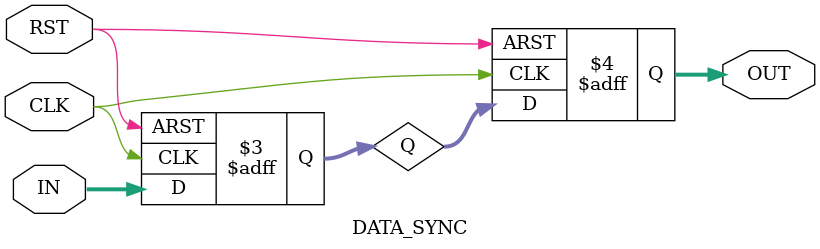
<source format=v>
module DATA_SYNC (
input wire CLK,RST,
input wire [3:0] IN,
output reg [3:0]OUT  
);  

reg [3:0] Q;

always @(posedge CLK or negedge RST)
 begin
  if (!RST)
   begin
    OUT<='b0;
    Q<='b0;
   end 
  else 
   begin
    Q<=IN;
    OUT<=Q;
   end  
   
 end
 
endmodule   

</source>
